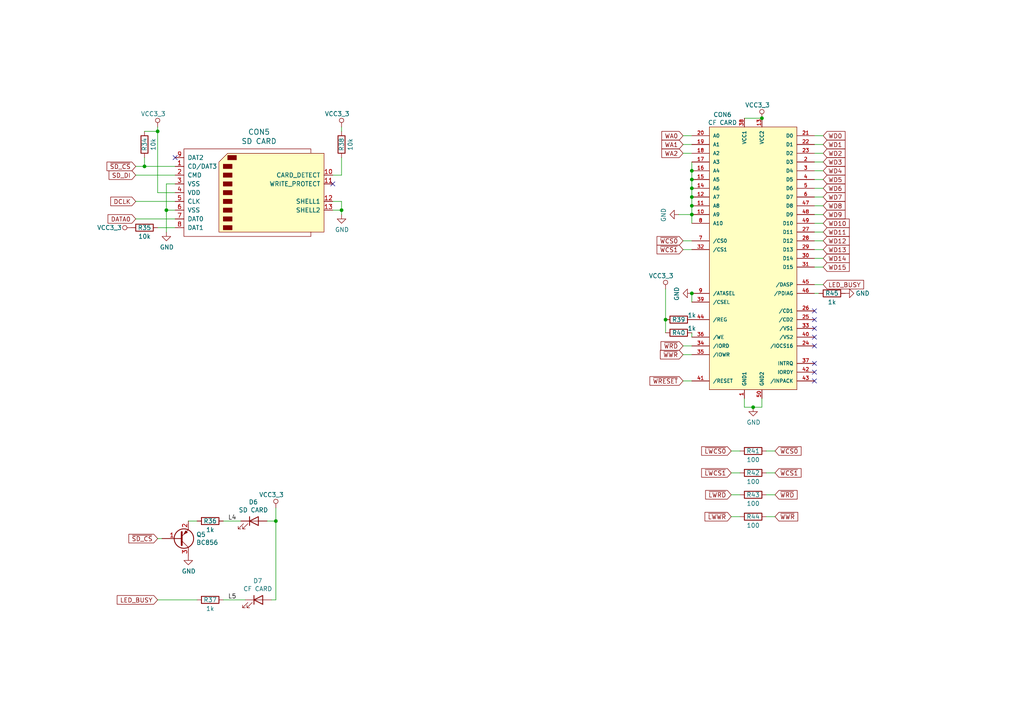
<source format=kicad_sch>
(kicad_sch (version 20250114) (generator "eeschema") (generator_version "9.0")
  (paper "A4")
  (title_block (title "Karabas Pro") (date "2024-05-01") (rev "F"))
  (lib_symbols
    (symbol "Connector:SD_Card" (pin_names (offset 1.016))
      (property "Reference" "J" (at -16.51 13.97 0))
      (property "Value" "SD_Card" (at 15.24 -13.97 0))
      (symbol "SD_Card_0_1"
        (polyline (pts (xy -10.16 8.89) (xy -7.62 11.43) (xy 20.32 11.43) (xy 20.32 -11.43) (xy -10.16 -11.43) (xy -10.16 8.89)) (fill (type background)))
        (rectangle (start -8.89 8.255) (end -6.35 6.985) (fill (type outline)))
        (rectangle (start -8.89 5.715) (end -6.35 4.445) (fill (type outline)))
        (rectangle (start -8.89 3.175) (end -6.35 1.905) (fill (type outline)))
        (rectangle (start -8.89 0.635) (end -6.35 -0.635) (fill (type outline)))
        (rectangle (start -8.89 -1.905) (end -6.35 -3.175) (fill (type outline)))
        (rectangle (start -8.89 -4.445) (end -6.35 -5.715) (fill (type outline)))
        (rectangle (start -8.89 -6.985) (end -6.35 -8.255) (fill (type outline)))
        (rectangle (start -8.89 -9.525) (end -6.35 -10.795) (fill (type outline)))
        (rectangle (start -7.62 10.795) (end -5.08 9.525) (fill (type outline)))
        (polyline (pts (xy 16.51 11.43) (xy 16.51 12.7) (xy -20.32 12.7) (xy -20.32 -12.7) (xy 16.51 -12.7) (xy 16.51 -11.43)))
      )
      (symbol "SD_Card_1_1"
        (pin input line (at -22.86 10.16 0) (length 2.54) (name "DAT2") (number "9"))
        (pin input line (at -22.86 7.62 0) (length 2.54) (name "CD/DAT3") (number "1"))
        (pin input line (at -22.86 5.08 0) (length 2.54) (name "CMD") (number "2"))
        (pin power_in line (at -22.86 2.54 0) (length 2.54) (name "VSS") (number "3"))
        (pin power_in line (at -22.86 0 0) (length 2.54) (name "VDD") (number "4"))
        (pin input line (at -22.86 -2.54 0) (length 2.54) (name "CLK") (number "5"))
        (pin power_in line (at -22.86 -5.08 0) (length 2.54) (name "VSS") (number "6"))
        (pin input line (at -22.86 -7.62 0) (length 2.54) (name "DAT0") (number "7"))
        (pin input line (at -22.86 -10.16 0) (length 2.54) (name "DAT1") (number "8"))
        (pin input line (at 22.86 5.08 180) (length 2.54) (name "CARD_DETECT") (number "10"))
        (pin input line (at 22.86 2.54 180) (length 2.54) (name "WRITE_PROTECT") (number "11"))
        (pin input line (at 22.86 -2.54 180) (length 2.54) (name "SHELL1") (number "12"))
        (pin input line (at 22.86 -5.08 180) (length 2.54) (name "SHELL2") (number "13"))
      )
    )
    (symbol "Device:LED" (pin_numbers (hide yes)) (pin_names (offset 1.016) (hide yes))
      (property "Reference" "D" (at 0 2.54 0))
      (property "Value" "LED" (at 0 -2.54 0))
      (symbol "LED_0_1"
        (polyline (pts (xy -3.048 -0.762) (xy -4.572 -2.286) (xy -3.81 -2.286) (xy -4.572 -2.286) (xy -4.572 -1.524)))
        (polyline (pts (xy -1.778 -0.762) (xy -3.302 -2.286) (xy -2.54 -2.286) (xy -3.302 -2.286) (xy -3.302 -1.524)))
        (polyline (pts (xy -1.27 0) (xy 1.27 0)))
        (polyline (pts (xy -1.27 -1.27) (xy -1.27 1.27)) (stroke (width 0.254)))
        (polyline (pts (xy 1.27 -1.27) (xy 1.27 1.27) (xy -1.27 0) (xy 1.27 -1.27)) (stroke (width 0.254)))
      )
      (symbol "LED_1_1"
        (pin passive line (at -3.81 0 0) (length 2.54) (name "K") (number "1"))
        (pin passive line (at 3.81 0 180) (length 2.54) (name "A") (number "2"))
      )
    )
    (symbol "Device:R" (pin_numbers (hide yes)) (pin_names (offset 0))
      (property "Reference" "R" (at 2.032 0 90))
      (property "Value" "R" (at 0 0 90))
      (symbol "R_0_1"
        (rectangle (start -1.016 -2.54) (end 1.016 2.54) (stroke (width 0.254)))
      )
      (symbol "R_1_1"
        (pin passive line (at 0 3.81 270) (length 1.27) (name "~") (number "1"))
        (pin passive line (at 0 -3.81 90) (length 1.27) (name "~") (number "2"))
      )
    )
    (symbol "Transistor_BJT:BC856" (pin_names (offset 0) (hide yes))
      (property "Reference" "Q" (at 5.08 1.905 0))
      (property "Value" "BC856" (at 5.08 0 0))
      (symbol "BC856_0_1"
        (polyline (pts (xy 0.635 1.905) (xy 0.635 -1.905) (xy 0.635 -1.905)) (stroke (width 0.508)))
        (polyline (pts (xy 0.635 0.635) (xy 2.54 2.54)))
        (polyline (pts (xy 0.635 -0.635) (xy 2.54 -2.54) (xy 2.54 -2.54)))
        (circle (center 1.27 0) (radius 2.8194) (stroke (width 0.254)))
        (polyline (pts (xy 2.286 -1.778) (xy 1.778 -2.286) (xy 1.27 -1.27) (xy 2.286 -1.778) (xy 2.286 -1.778)) (fill (type outline)))
      )
      (symbol "BC856_1_1"
        (pin input line (at -5.08 0 0) (length 5.715) (name "B") (number "1"))
        (pin passive line (at 2.54 5.08 270) (length 2.54) (name "C") (number "3"))
        (pin passive line (at 2.54 -5.08 90) (length 2.54) (name "E") (number "2"))
      )
    )
    (symbol "cfcard:CF-CARD" (pin_names (offset 1.016))
      (property "Reference" "CON" (at -12.7 39.37 0))
      (property "Value" "CF-CARD" (at -12.7 -40.64 0))
      (symbol "CF-CARD_1_0"
        (rectangle (start -12.7 38.1) (end 12.7 -38.1) (fill (type background)))
      )
      (symbol "CF-CARD_1_1"
        (pin input line (at -17.78 35.56 0) (length 5.08) (name "A0") (number "20"))
        (pin input line (at -17.78 33.02 0) (length 5.08) (name "A1") (number "19"))
        (pin input line (at -17.78 30.48 0) (length 5.08) (name "A2") (number "18"))
        (pin input line (at -17.78 27.94 0) (length 5.08) (name "A3") (number "17"))
        (pin input line (at -17.78 25.4 0) (length 5.08) (name "A4") (number "16"))
        (pin input line (at -17.78 22.86 0) (length 5.08) (name "A5") (number "15"))
        (pin input line (at -17.78 20.32 0) (length 5.08) (name "A6") (number "14"))
        (pin input line (at -17.78 17.78 0) (length 5.08) (name "A7") (number "12"))
        (pin input line (at -17.78 15.24 0) (length 5.08) (name "A8") (number "11"))
        (pin input line (at -17.78 12.7 0) (length 5.08) (name "A9") (number "10"))
        (pin input line (at -17.78 10.16 0) (length 5.08) (name "A10") (number "8"))
        (pin input line (at -17.78 5.08 0) (length 5.08) (name "/CS0") (number "7"))
        (pin input line (at -17.78 2.54 0) (length 5.08) (name "/CS1") (number "32"))
        (pin input line (at -17.78 -10.16 0) (length 5.08) (name "/ATASEL") (number "9"))
        (pin input line (at -17.78 -12.7 0) (length 5.08) (name "/CSEL") (number "39"))
        (pin input line (at -17.78 -17.78 0) (length 5.08) (name "/REG") (number "44"))
        (pin input line (at -17.78 -22.86 0) (length 5.08) (name "/WE") (number "36"))
        (pin input line (at -17.78 -25.4 0) (length 5.08) (name "/IORD") (number "34"))
        (pin input line (at -17.78 -27.94 0) (length 5.08) (name "/IOWR") (number "35"))
        (pin input line (at -17.78 -35.56 0) (length 5.08) (name "/RESET") (number "41"))
        (pin power_in line (at -2.54 40.64 270) (length 2.54) (name "VCC1") (number "38"))
        (pin power_in line (at -2.54 -40.64 90) (length 2.54) (name "GND1") (number "1"))
        (pin power_in line (at 2.54 40.64 270) (length 2.54) (name "VCC2") (number "13"))
        (pin power_in line (at 2.54 -40.64 90) (length 2.54) (name "GND2") (number "50"))
        (pin bidirectional line (at 17.78 35.56 180) (length 5.08) (name "D0") (number "21"))
        (pin bidirectional line (at 17.78 33.02 180) (length 5.08) (name "D1") (number "22"))
        (pin bidirectional line (at 17.78 30.48 180) (length 5.08) (name "D2") (number "23"))
        (pin bidirectional line (at 17.78 27.94 180) (length 5.08) (name "D3") (number "2"))
        (pin bidirectional line (at 17.78 25.4 180) (length 5.08) (name "D4") (number "3"))
        (pin bidirectional line (at 17.78 22.86 180) (length 5.08) (name "D5") (number "4"))
        (pin bidirectional line (at 17.78 20.32 180) (length 5.08) (name "D6") (number "5"))
        (pin bidirectional line (at 17.78 17.78 180) (length 5.08) (name "D7") (number "6"))
        (pin bidirectional line (at 17.78 15.24 180) (length 5.08) (name "D8") (number "47"))
        (pin bidirectional line (at 17.78 12.7 180) (length 5.08) (name "D9") (number "48"))
        (pin bidirectional line (at 17.78 10.16 180) (length 5.08) (name "D10") (number "49"))
        (pin bidirectional line (at 17.78 7.62 180) (length 5.08) (name "D11") (number "27"))
        (pin bidirectional line (at 17.78 5.08 180) (length 5.08) (name "D12") (number "28"))
        (pin bidirectional line (at 17.78 2.54 180) (length 5.08) (name "D13") (number "29"))
        (pin bidirectional line (at 17.78 0 180) (length 5.08) (name "D14") (number "30"))
        (pin bidirectional line (at 17.78 -2.54 180) (length 5.08) (name "D15") (number "31"))
        (pin bidirectional line (at 17.78 -7.62 180) (length 5.08) (name "/DASP") (number "45"))
        (pin bidirectional line (at 17.78 -10.16 180) (length 5.08) (name "/PDIAG") (number "46"))
        (pin output line (at 17.78 -15.24 180) (length 5.08) (name "/CD1") (number "26"))
        (pin output line (at 17.78 -17.78 180) (length 5.08) (name "/CD2") (number "25"))
        (pin output line (at 17.78 -20.32 180) (length 5.08) (name "/VS1") (number "33"))
        (pin output line (at 17.78 -22.86 180) (length 5.08) (name "/VS2") (number "40"))
        (pin output line (at 17.78 -25.4 180) (length 5.08) (name "/IOCS16") (number "24"))
        (pin output line (at 17.78 -30.48 180) (length 5.08) (name "INTRQ") (number "37"))
        (pin output line (at 17.78 -33.02 180) (length 5.08) (name "IORDY") (number "42"))
        (pin output line (at 17.78 -35.56 180) (length 5.08) (name "/INPACK") (number "43"))
      )
    )
    (symbol "power:GND" (power) (pin_names (offset 0))
      (property "Value" "GND" (at 0 -3.81 0))
      (symbol "GND_0_1"
        (polyline (pts (xy 0 0) (xy 0 -1.27) (xy 1.27 -1.27) (xy 0 -2.54) (xy -1.27 -1.27) (xy 0 -1.27)))
      )
      (symbol "GND_1_1"
        (pin power_in line (at 0 0 270) (length 0) (hide yes) (name "GND") (number "1"))
      )
    )
    (symbol "vcc33:VCC3_3" (power) (pin_names (offset 0))
      (property "Value" "VCC3_3" (at 0 3.81 0))
      (symbol "VCC3_3_0_1"
        (circle (center 0 1.905) (radius 0.635))
        (polyline (pts (xy 0 0) (xy 0 1.27)))
      )
      (symbol "VCC3_3_1_1"
        (pin power_in line (at 0 0 90) (length 0) (hide yes) (name "VCC3_3") (number "1"))
      )
    )
  )
  (junction (at 220.98 34.29))
  (junction (at 200.66 54.61))
  (junction (at 193.04 92.71))
  (junction (at 200.66 59.69))
  (junction (at 99.06 60.96))
  (junction (at 48.26 60.96))
  (junction (at 218.44 118.11))
  (junction (at 200.66 52.07))
  (junction (at 200.66 57.15))
  (junction (at 200.66 62.23))
  (junction (at 45.72 38.1))
  (junction (at 200.66 85.09))
  (junction (at 80.01 151.13))
  (junction (at 41.91 48.26))
  (junction (at 200.66 49.53))
  (no_connect (at 236.22 95.25))
  (no_connect (at 236.22 110.49))
  (no_connect (at 236.22 92.71))
  (no_connect (at 236.22 100.33))
  (no_connect (at 236.22 90.17))
  (no_connect (at 236.22 105.41))
  (no_connect (at 236.22 107.95))
  (no_connect (at 236.22 97.79))
  (no_connect (at 96.52 53.34))
  (no_connect (at 50.8 45.72))
  (wire (pts (xy 198.12 69.85) (xy 200.66 69.85)))
  (wire (pts (xy 224.79 149.86) (xy 222.25 149.86)))
  (wire (pts (xy 236.22 44.45) (xy 238.76 44.45)))
  (wire (pts (xy 64.77 151.13) (xy 69.85 151.13)))
  (wire (pts (xy 96.52 58.42) (xy 99.06 58.42)))
  (wire (pts (xy 193.04 96.52) (xy 193.04 92.71)))
  (wire (pts (xy 200.66 52.07) (xy 200.66 49.53)))
  (wire (pts (xy 222.25 130.81) (xy 224.79 130.81)))
  (wire (pts (xy 39.37 58.42) (xy 50.8 58.42)))
  (wire (pts (xy 215.9 118.11) (xy 218.44 118.11)))
  (wire (pts (xy 215.9 34.29) (xy 220.98 34.29)))
  (wire (pts (xy 236.22 54.61) (xy 238.76 54.61)))
  (wire (pts (xy 48.26 60.96) (xy 48.26 67.31)))
  (wire (pts (xy 64.77 173.99) (xy 71.12 173.99)))
  (wire (pts (xy 41.91 38.1) (xy 45.72 38.1)))
  (wire (pts (xy 80.01 151.13) (xy 80.01 173.99)))
  (wire (pts (xy 45.72 55.88) (xy 45.72 38.1)))
  (wire (pts (xy 237.49 85.09) (xy 236.22 85.09)))
  (wire (pts (xy 200.66 62.23) (xy 200.66 59.69)))
  (wire (pts (xy 220.98 115.57) (xy 220.98 118.11)))
  (wire (pts (xy 236.22 41.91) (xy 238.76 41.91)))
  (wire (pts (xy 45.72 66.04) (xy 50.8 66.04)))
  (wire (pts (xy 39.37 50.8) (xy 50.8 50.8)))
  (wire (pts (xy 200.66 49.53) (xy 200.66 46.99)))
  (wire (pts (xy 99.06 45.72) (xy 99.06 50.8)))
  (wire (pts (xy 99.06 58.42) (xy 99.06 60.96)))
  (wire (pts (xy 198.12 102.87) (xy 200.66 102.87)))
  (wire (pts (xy 196.85 62.23) (xy 200.66 62.23)))
  (wire (pts (xy 236.22 46.99) (xy 238.76 46.99)))
  (wire (pts (xy 236.22 64.77) (xy 238.76 64.77)))
  (wire (pts (xy 50.8 53.34) (xy 48.26 53.34)))
  (wire (pts (xy 200.66 64.77) (xy 200.66 62.23)))
  (wire (pts (xy 200.66 87.63) (xy 200.66 85.09)))
  (wire (pts (xy 212.09 137.16) (xy 214.63 137.16)))
  (wire (pts (xy 198.12 72.39) (xy 200.66 72.39)))
  (wire (pts (xy 96.52 60.96) (xy 99.06 60.96)))
  (wire (pts (xy 236.22 82.55) (xy 238.76 82.55)))
  (wire (pts (xy 80.01 173.99) (xy 78.74 173.99)))
  (wire (pts (xy 212.09 143.51) (xy 214.63 143.51)))
  (wire (pts (xy 198.12 100.33) (xy 200.66 100.33)))
  (wire (pts (xy 236.22 39.37) (xy 238.76 39.37)))
  (wire (pts (xy 220.98 118.11) (xy 218.44 118.11)))
  (wire (pts (xy 200.66 59.69) (xy 200.66 57.15)))
  (wire (pts (xy 50.8 55.88) (xy 45.72 55.88)))
  (wire (pts (xy 198.12 41.91) (xy 200.66 41.91)))
  (wire (pts (xy 236.22 57.15) (xy 238.76 57.15)))
  (wire (pts (xy 236.22 62.23) (xy 238.76 62.23)))
  (wire (pts (xy 193.04 83.82) (xy 193.04 92.71)))
  (wire (pts (xy 54.61 151.13) (xy 57.15 151.13)))
  (wire (pts (xy 214.63 149.86) (xy 212.09 149.86)))
  (wire (pts (xy 45.72 156.21) (xy 46.99 156.21)))
  (wire (pts (xy 200.66 97.79) (xy 200.66 96.52)))
  (wire (pts (xy 45.72 173.99) (xy 57.15 173.99)))
  (wire (pts (xy 200.66 57.15) (xy 200.66 54.61)))
  (wire (pts (xy 96.52 50.8) (xy 99.06 50.8)))
  (wire (pts (xy 198.12 110.49) (xy 200.66 110.49)))
  (wire (pts (xy 236.22 72.39) (xy 238.76 72.39)))
  (wire (pts (xy 45.72 38.1) (xy 45.72 36.83)))
  (wire (pts (xy 224.79 137.16) (xy 222.25 137.16)))
  (wire (pts (xy 236.22 67.31) (xy 238.76 67.31)))
  (wire (pts (xy 41.91 48.26) (xy 50.8 48.26)))
  (wire (pts (xy 48.26 60.96) (xy 50.8 60.96)))
  (wire (pts (xy 236.22 52.07) (xy 238.76 52.07)))
  (wire (pts (xy 48.26 53.34) (xy 48.26 60.96)))
  (wire (pts (xy 39.37 48.26) (xy 41.91 48.26)))
  (wire (pts (xy 39.37 63.5) (xy 50.8 63.5)))
  (wire (pts (xy 99.06 38.1) (xy 99.06 36.83)))
  (wire (pts (xy 198.12 39.37) (xy 200.66 39.37)))
  (wire (pts (xy 99.06 60.96) (xy 99.06 62.23)))
  (wire (pts (xy 236.22 74.93) (xy 238.76 74.93)))
  (wire (pts (xy 222.25 143.51) (xy 224.79 143.51)))
  (wire (pts (xy 236.22 69.85) (xy 238.76 69.85)))
  (wire (pts (xy 77.47 151.13) (xy 80.01 151.13)))
  (wire (pts (xy 236.22 77.47) (xy 238.76 77.47)))
  (wire (pts (xy 236.22 49.53) (xy 238.76 49.53)))
  (wire (pts (xy 80.01 147.32) (xy 80.01 151.13)))
  (wire (pts (xy 215.9 115.57) (xy 215.9 118.11)))
  (wire (pts (xy 212.09 130.81) (xy 214.63 130.81)))
  (wire (pts (xy 198.12 44.45) (xy 200.66 44.45)))
  (wire (pts (xy 41.91 45.72) (xy 41.91 48.26)))
  (wire (pts (xy 236.22 59.69) (xy 238.76 59.69)))
  (wire (pts (xy 200.66 54.61) (xy 200.66 52.07)))
  (label "L4" (at 68.58 151.13 180))
  (label "L5" (at 68.58 173.99 180))
  (global_label "WA1" (shape input) (at 198.12 41.91 180) (property "Intersheetrefs" "${INTERSHEET_REFS}" (effects (hide yes))))
  (global_label "~{LWRD}" (shape input) (at 212.09 143.51 180) (property "Intersheetrefs" "${INTERSHEET_REFS}" (effects (hide yes))))
  (global_label "WD15" (shape input) (at 238.76 77.47 0) (property "Intersheetrefs" "${INTERSHEET_REFS}" (effects (hide yes))))
  (global_label "WD14" (shape input) (at 238.76 74.93 0) (property "Intersheetrefs" "${INTERSHEET_REFS}" (effects (hide yes))))
  (global_label "WA0" (shape input) (at 198.12 39.37 180) (property "Intersheetrefs" "${INTERSHEET_REFS}" (effects (hide yes))))
  (global_label "WD5" (shape input) (at 238.76 52.07 0) (property "Intersheetrefs" "${INTERSHEET_REFS}" (effects (hide yes))))
  (global_label "LED_BUSY" (shape input) (at 238.76 82.55 0) (property "Intersheetrefs" "${INTERSHEET_REFS}" (effects (hide yes))))
  (global_label "~{WCS1}" (shape input) (at 224.79 137.16 0) (property "Intersheetrefs" "${INTERSHEET_REFS}" (effects (hide yes))))
  (global_label "DCLK" (shape input) (at 39.37 58.42 180) (property "Intersheetrefs" "${INTERSHEET_REFS}" (effects (hide yes))))
  (global_label "DATA0" (shape input) (at 39.37 63.5 180) (property "Intersheetrefs" "${INTERSHEET_REFS}" (effects (hide yes))))
  (global_label "~{WWR}" (shape input) (at 224.79 149.86 0) (property "Intersheetrefs" "${INTERSHEET_REFS}" (effects (hide yes))))
  (global_label "~{WRD}" (shape input) (at 198.12 100.33 180) (property "Intersheetrefs" "${INTERSHEET_REFS}" (effects (hide yes))))
  (global_label "~{WRESET}" (shape input) (at 198.12 110.49 180) (property "Intersheetrefs" "${INTERSHEET_REFS}" (effects (hide yes))))
  (global_label "WD2" (shape input) (at 238.76 44.45 0) (property "Intersheetrefs" "${INTERSHEET_REFS}" (effects (hide yes))))
  (global_label "WD11" (shape input) (at 238.76 67.31 0) (property "Intersheetrefs" "${INTERSHEET_REFS}" (effects (hide yes))))
  (global_label "WD8" (shape input) (at 238.76 59.69 0) (property "Intersheetrefs" "${INTERSHEET_REFS}" (effects (hide yes))))
  (global_label "WD13" (shape input) (at 238.76 72.39 0) (property "Intersheetrefs" "${INTERSHEET_REFS}" (effects (hide yes))))
  (global_label "SD_DI" (shape input) (at 39.37 50.8 180) (property "Intersheetrefs" "${INTERSHEET_REFS}" (effects (hide yes))))
  (global_label "LED_BUSY" (shape input) (at 45.72 173.99 180) (property "Intersheetrefs" "${INTERSHEET_REFS}" (effects (hide yes))))
  (global_label "WD9" (shape input) (at 238.76 62.23 0) (property "Intersheetrefs" "${INTERSHEET_REFS}" (effects (hide yes))))
  (global_label "~{LWCS0}" (shape input) (at 212.09 130.81 180) (property "Intersheetrefs" "${INTERSHEET_REFS}" (effects (hide yes))))
  (global_label "WD3" (shape input) (at 238.76 46.99 0) (property "Intersheetrefs" "${INTERSHEET_REFS}" (effects (hide yes))))
  (global_label "WD7" (shape input) (at 238.76 57.15 0) (property "Intersheetrefs" "${INTERSHEET_REFS}" (effects (hide yes))))
  (global_label "~{WCS1}" (shape input) (at 198.12 72.39 180) (property "Intersheetrefs" "${INTERSHEET_REFS}" (effects (hide yes))))
  (global_label "~{SD_CS}" (shape input) (at 45.72 156.21 180) (property "Intersheetrefs" "${INTERSHEET_REFS}" (effects (hide yes))))
  (global_label "~{WWR}" (shape input) (at 198.12 102.87 180) (property "Intersheetrefs" "${INTERSHEET_REFS}" (effects (hide yes))))
  (global_label "~{WRD}" (shape input) (at 224.79 143.51 0) (property "Intersheetrefs" "${INTERSHEET_REFS}" (effects (hide yes))))
  (global_label "WD4" (shape input) (at 238.76 49.53 0) (property "Intersheetrefs" "${INTERSHEET_REFS}" (effects (hide yes))))
  (global_label "WD0" (shape input) (at 238.76 39.37 0) (property "Intersheetrefs" "${INTERSHEET_REFS}" (effects (hide yes))))
  (global_label "WD12" (shape input) (at 238.76 69.85 0) (property "Intersheetrefs" "${INTERSHEET_REFS}" (effects (hide yes))))
  (global_label "WD10" (shape input) (at 238.76 64.77 0) (property "Intersheetrefs" "${INTERSHEET_REFS}" (effects (hide yes))))
  (global_label "~{WCS0}" (shape input) (at 224.79 130.81 0) (property "Intersheetrefs" "${INTERSHEET_REFS}" (effects (hide yes))))
  (global_label "WD1" (shape input) (at 238.76 41.91 0) (property "Intersheetrefs" "${INTERSHEET_REFS}" (effects (hide yes))))
  (global_label "~{SD_CS}" (shape input) (at 39.37 48.26 180) (property "Intersheetrefs" "${INTERSHEET_REFS}" (effects (hide yes))))
  (global_label "~{WCS0}" (shape input) (at 198.12 69.85 180) (property "Intersheetrefs" "${INTERSHEET_REFS}" (effects (hide yes))))
  (global_label "WD6" (shape input) (at 238.76 54.61 0) (property "Intersheetrefs" "${INTERSHEET_REFS}" (effects (hide yes))))
  (global_label "~{LWCS1}" (shape input) (at 212.09 137.16 180) (property "Intersheetrefs" "${INTERSHEET_REFS}" (effects (hide yes))))
  (global_label "WA2" (shape input) (at 198.12 44.45 180) (property "Intersheetrefs" "${INTERSHEET_REFS}" (effects (hide yes))))
  (global_label "~{LWWR}" (shape input) (at 212.09 149.86 180) (property "Intersheetrefs" "${INTERSHEET_REFS}" (effects (hide yes))))
  (symbol (lib_id "vcc33:VCC3_3") (at 99.06 36.83 0) (unit 1)
    (property "Reference" "#PWR0118" (effects (hide yes)))
    (property "Value" "VCC3_3" (at 97.79 33.02 0))
  )
  (symbol (lib_id "Device:R") (at 218.44 137.16 90) (unit 1)
    (property "Reference" "R42" (at 218.44 137.16 90))
    (property "Value" "100" (at 218.44 139.7 90))
    (property "Footprint" "Resistor_SMD:R_0805_2012Metric_Pad1.20x1.40mm_HandSolder" (effects (hide yes)))
  )
  (symbol (lib_id "Device:R") (at 196.85 92.71 90) (unit 1)
    (property "Reference" "R39" (at 196.85 92.71 90))
    (property "Value" "1k" (at 200.66 91.44 90))
    (property "Footprint" "Resistor_SMD:R_0805_2012Metric_Pad1.20x1.40mm_HandSolder" (effects (hide yes)))
  )
  (symbol (lib_id "Device:R") (at 99.06 41.91 180) (unit 1)
    (property "Reference" "R38" (at 99.06 41.91 90))
    (property "Value" "10k" (at 101.6 41.91 90))
    (property "Footprint" "Resistor_SMD:R_0805_2012Metric_Pad1.20x1.40mm_HandSolder" (effects (hide yes)))
  )
  (symbol (lib_id "power:GND") (at 48.26 67.31 0) (unit 1)
    (property "Reference" "#PWR0115" (effects (hide yes)))
    (property "Value" "GND" (at 48.387 71.7042 0))
  )
  (symbol (lib_id "power:GND") (at 218.44 118.11 0) (unit 1)
    (property "Reference" "#PWR0123" (effects (hide yes)))
    (property "Value" "GND" (at 218.567 122.5042 0))
  )
  (symbol (lib_id "Device:R") (at 41.91 66.04 90) (unit 1)
    (property "Reference" "R35" (at 41.91 66.04 90))
    (property "Value" "10k" (at 41.91 68.58 90))
    (property "Footprint" "Resistor_SMD:R_0805_2012Metric_Pad1.20x1.40mm_HandSolder" (effects (hide yes)))
  )
  (symbol (lib_id "vcc33:VCC3_3") (at 38.1 66.04 90) (unit 1)
    (property "Reference" "#PWR0113" (effects (hide yes)))
    (property "Value" "VCC3_3" (at 31.75 66.04 90))
  )
  (symbol (lib_id "Device:LED") (at 73.66 151.13 0) (unit 1)
    (property "Reference" "D6" (at 73.4822 145.6182 0))
    (property "Value" "SD CARD" (at 73.4822 147.9296 0))
    (property "Footprint" "LED_SMD:LED_0805_2012Metric_Pad1.15x1.40mm_HandSolder" (effects (hide yes)))
  )
  (symbol (lib_id "vcc33:VCC3_3") (at 220.98 34.29 0) (unit 1)
    (property "Reference" "#PWR0124" (effects (hide yes)))
    (property "Value" "VCC3_3" (at 219.71 30.48 0))
  )
  (symbol (lib_id "cfcard:CF-CARD") (at 218.44 74.93 0) (unit 1)
    (property "Reference" "CON6" (at 209.55 33.2486 0))
    (property "Value" "CF CARD" (at 209.55 35.56 0))
    (property "Footprint" "footprints:TE_1734451-1-LONG" (effects (hide yes)))
  )
  (symbol (lib_id "Device:R") (at 60.96 151.13 90) (unit 1)
    (property "Reference" "R36" (at 60.96 151.13 90))
    (property "Value" "1k" (at 60.96 153.67 90))
    (property "Footprint" "Resistor_SMD:R_0805_2012Metric_Pad1.20x1.40mm_HandSolder" (effects (hide yes)))
  )
  (symbol (lib_id "power:GND") (at 196.85 62.23 270) (unit 1)
    (property "Reference" "#PWR0121" (effects (hide yes)))
    (property "Value" "GND" (at 192.4558 62.357 0))
  )
  (symbol (lib_id "Device:R") (at 218.44 130.81 90) (unit 1)
    (property "Reference" "R41" (at 218.44 130.81 90))
    (property "Value" "100" (at 218.44 133.35 90))
    (property "Footprint" "Resistor_SMD:R_0805_2012Metric_Pad1.20x1.40mm_HandSolder" (effects (hide yes)))
  )
  (symbol (lib_id "Device:R") (at 196.85 96.52 90) (unit 1)
    (property "Reference" "R40" (at 196.85 96.52 90))
    (property "Value" "1k" (at 200.66 95.25 90))
    (property "Footprint" "Resistor_SMD:R_0805_2012Metric_Pad1.20x1.40mm_HandSolder" (effects (hide yes)))
  )
  (symbol (lib_id "Transistor_BJT:BC856") (at 52.07 156.21 0) (mirror x) (unit 1)
    (property "Reference" "Q5" (at 56.9214 155.0416 0) (effects (justify left)))
    (property "Value" "BC856" (at 56.9214 157.353 0) (effects (justify left)))
    (property "Footprint" "Package_TO_SOT_SMD:SOT-23_Handsoldering" (effects (hide yes)))
    (property "Datasheet" "http://www.fairchildsemi.com/ds/BC/BC856.pdf" (effects (hide yes)))
  )
  (symbol (lib_id "Device:R") (at 41.91 41.91 180) (unit 1)
    (property "Reference" "R34" (at 41.91 41.91 90))
    (property "Value" "10k" (at 44.45 41.91 90))
    (property "Footprint" "Resistor_SMD:R_0805_2012Metric_Pad1.20x1.40mm_HandSolder" (effects (hide yes)))
  )
  (symbol (lib_id "power:GND") (at 99.06 62.23 0) (unit 1)
    (property "Reference" "#PWR0119" (effects (hide yes)))
    (property "Value" "GND" (at 99.187 66.6242 0))
  )
  (symbol (lib_id "vcc33:VCC3_3") (at 80.01 147.32 0) (unit 1)
    (property "Reference" "#PWR0117" (effects (hide yes)))
    (property "Value" "VCC3_3" (at 78.74 143.51 0))
  )
  (symbol (lib_id "power:GND") (at 54.61 161.29 0) (unit 1)
    (property "Reference" "#PWR0116" (effects (hide yes)))
    (property "Value" "GND" (at 54.737 165.6842 0))
  )
  (symbol (lib_id "Device:R") (at 218.44 149.86 90) (unit 1)
    (property "Reference" "R44" (at 218.44 149.86 90))
    (property "Value" "100" (at 218.44 152.4 90))
    (property "Footprint" "Resistor_SMD:R_0805_2012Metric_Pad1.20x1.40mm_HandSolder" (effects (hide yes)))
  )
  (symbol (lib_id "vcc33:VCC3_3") (at 45.72 36.83 0) (unit 1)
    (property "Reference" "#PWR0114" (effects (hide yes)))
    (property "Value" "VCC3_3" (at 44.45 33.02 0))
  )
  (symbol (lib_id "power:GND") (at 200.66 85.09 270) (unit 1)
    (property "Reference" "#PWR0122" (effects (hide yes)))
    (property "Value" "GND" (at 196.2658 85.217 0))
  )
  (symbol (lib_id "Device:R") (at 60.96 173.99 90) (unit 1)
    (property "Reference" "R37" (at 60.96 173.99 90))
    (property "Value" "1k" (at 60.96 176.53 90))
    (property "Footprint" "Resistor_SMD:R_0805_2012Metric_Pad1.20x1.40mm_HandSolder" (effects (hide yes)))
  )
  (symbol (lib_id "vcc33:VCC3_3") (at 193.04 83.82 0) (unit 1)
    (property "Reference" "#PWR0120" (effects (hide yes)))
    (property "Value" "VCC3_3" (at 191.77 80.01 0))
  )
  (symbol (lib_id "Device:R") (at 241.3 85.09 90) (unit 1)
    (property "Reference" "R45" (at 241.3 85.09 90))
    (property "Value" "1k" (at 241.3 87.63 90))
    (property "Footprint" "Resistor_SMD:R_0805_2012Metric_Pad1.20x1.40mm_HandSolder" (effects (hide yes)))
  )
  (symbol (lib_id "Device:LED") (at 74.93 173.99 0) (unit 1)
    (property "Reference" "D7" (at 74.7522 168.4782 0))
    (property "Value" "CF CARD" (at 74.7522 170.7896 0))
    (property "Footprint" "LED_SMD:LED_0805_2012Metric_Pad1.15x1.40mm_HandSolder" (effects (hide yes)))
  )
  (symbol (lib_id "Device:R") (at 218.44 143.51 90) (unit 1)
    (property "Reference" "R43" (at 218.44 143.51 90))
    (property "Value" "100" (at 218.44 146.05 90))
    (property "Footprint" "Resistor_SMD:R_0805_2012Metric_Pad1.20x1.40mm_HandSolder" (effects (hide yes)))
  )
  (symbol (lib_id "Connector:SD_Card") (at 73.66 55.88 0) (unit 1)
    (property "Reference" "CON5" (at 75.1332 38.2778 0) (effects (font (size 1.524 1.524))))
    (property "Value" "SD CARD" (at 75.1332 40.9702 0) (effects (font (size 1.524 1.524))))
    (property "Footprint" "footprints:SD_TE_2041021-mod" (effects (hide yes)))
  )
  (symbol (lib_id "power:GND") (at 245.11 85.09 90) (unit 1)
    (property "Reference" "#PWR0125" (effects (hide yes)))
    (property "Value" "GND" (at 250.19 85.09 90))
  )
)
</source>
